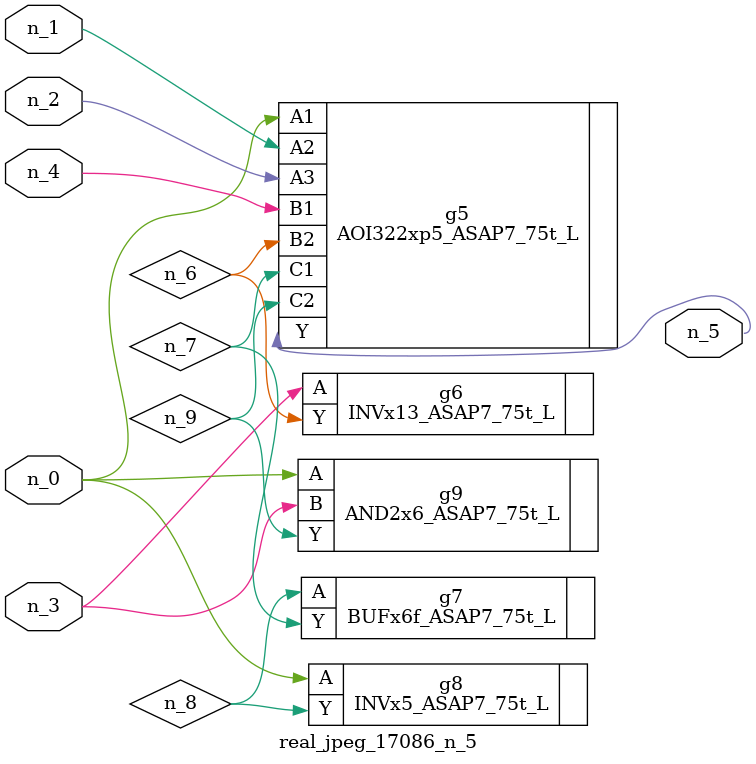
<source format=v>
module real_jpeg_17086_n_5 (n_4, n_0, n_1, n_2, n_3, n_5);

input n_4;
input n_0;
input n_1;
input n_2;
input n_3;

output n_5;

wire n_8;
wire n_6;
wire n_7;
wire n_9;

AOI322xp5_ASAP7_75t_L g5 ( 
.A1(n_0),
.A2(n_1),
.A3(n_2),
.B1(n_4),
.B2(n_6),
.C1(n_7),
.C2(n_9),
.Y(n_5)
);

INVx5_ASAP7_75t_L g8 ( 
.A(n_0),
.Y(n_8)
);

AND2x6_ASAP7_75t_L g9 ( 
.A(n_0),
.B(n_3),
.Y(n_9)
);

INVx13_ASAP7_75t_L g6 ( 
.A(n_3),
.Y(n_6)
);

BUFx6f_ASAP7_75t_L g7 ( 
.A(n_8),
.Y(n_7)
);


endmodule
</source>
